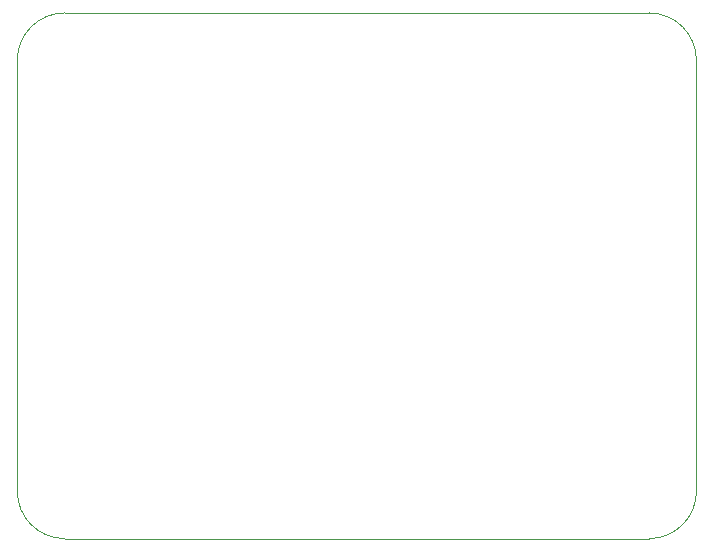
<source format=gbr>
%TF.GenerationSoftware,KiCad,Pcbnew,9.0.5*%
%TF.CreationDate,2026-02-02T17:22:04-08:00*%
%TF.ProjectId,Display device,44697370-6c61-4792-9064-65766963652e,rev?*%
%TF.SameCoordinates,Original*%
%TF.FileFunction,Profile,NP*%
%FSLAX46Y46*%
G04 Gerber Fmt 4.6, Leading zero omitted, Abs format (unit mm)*
G04 Created by KiCad (PCBNEW 9.0.5) date 2026-02-02 17:22:04*
%MOMM*%
%LPD*%
G01*
G04 APERTURE LIST*
%TA.AperFunction,Profile*%
%ADD10C,0.050000*%
%TD*%
G04 APERTURE END LIST*
D10*
X162500000Y-75500000D02*
G75*
G02*
X166500000Y-79500000I0J-4000000D01*
G01*
X166500000Y-116000000D02*
G75*
G02*
X162500000Y-120000000I-4000000J0D01*
G01*
X109000000Y-79500000D02*
G75*
G02*
X113000000Y-75500000I4000000J0D01*
G01*
X113000000Y-120000000D02*
G75*
G02*
X109000000Y-116000000I0J4000000D01*
G01*
X166500000Y-79500000D02*
X166500000Y-116000000D01*
X113000000Y-75500000D02*
X162500000Y-75500000D01*
X162500000Y-120000000D02*
X113000000Y-120000000D01*
X109000000Y-116000000D02*
X109000000Y-79500000D01*
M02*

</source>
